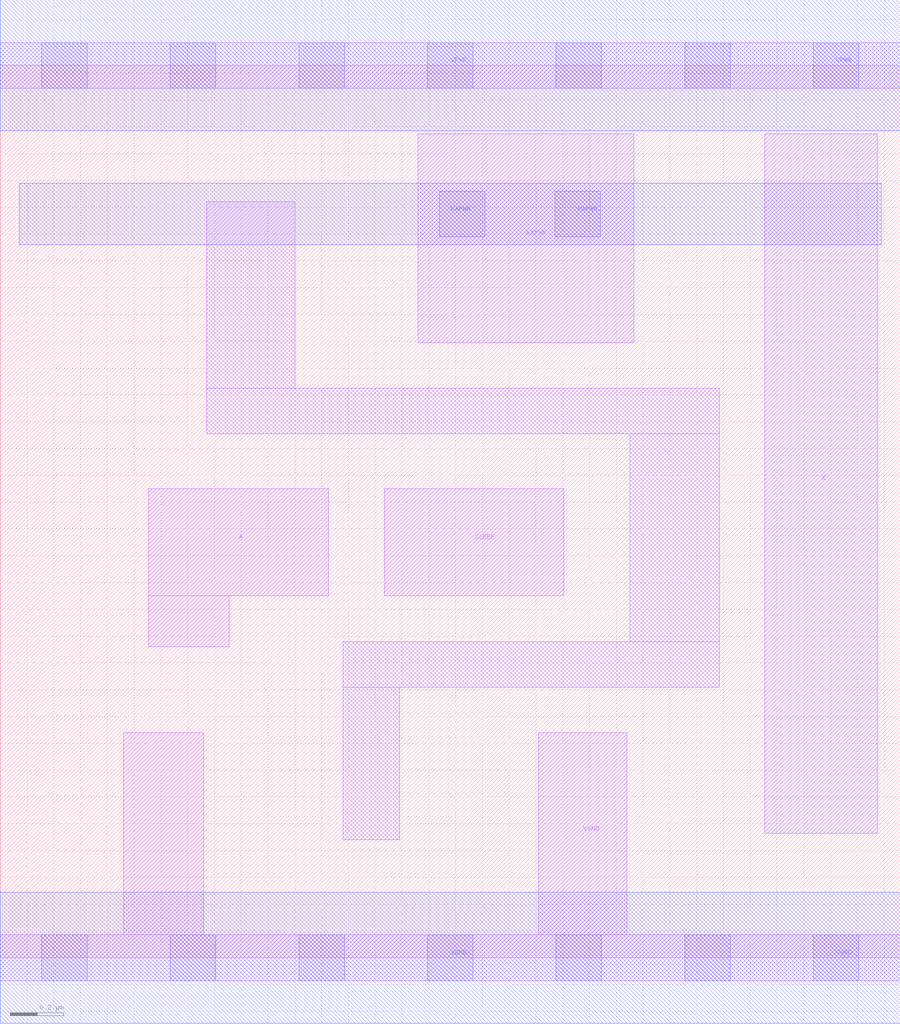
<source format=lef>
# Copyright 2020 The SkyWater PDK Authors
#
# Licensed under the Apache License, Version 2.0 (the "License");
# you may not use this file except in compliance with the License.
# You may obtain a copy of the License at
#
#     https://www.apache.org/licenses/LICENSE-2.0
#
# Unless required by applicable law or agreed to in writing, software
# distributed under the License is distributed on an "AS IS" BASIS,
# WITHOUT WARRANTIES OR CONDITIONS OF ANY KIND, either express or implied.
# See the License for the specific language governing permissions and
# limitations under the License.
#
# SPDX-License-Identifier: Apache-2.0

VERSION 5.7 ;
  NAMESCASESENSITIVE ON ;
  NOWIREEXTENSIONATPIN ON ;
  DIVIDERCHAR "/" ;
  BUSBITCHARS "[]" ;
UNITS
  DATABASE MICRONS 200 ;
END UNITS
MACRO sky130_fd_sc_lp__iso1p_lp
  CLASS CORE ;
  SOURCE USER ;
  FOREIGN sky130_fd_sc_lp__iso1p_lp ;
  ORIGIN  0.000000  0.000000 ;
  SIZE  3.360000 BY  3.330000 ;
  SYMMETRY X Y R90 ;
  SITE unit ;
  PIN A
    ANTENNAGATEAREA  0.189000 ;
    DIRECTION INPUT ;
    USE SIGNAL ;
    PORT
      LAYER li1 ;
        RECT 0.555000 1.160000 0.855000 1.350000 ;
        RECT 0.555000 1.350000 1.225000 1.750000 ;
    END
  END A
  PIN SLEEP
    ANTENNAGATEAREA  0.189000 ;
    DIRECTION INPUT ;
    USE SIGNAL ;
    PORT
      LAYER li1 ;
        RECT 1.435000 1.350000 2.105000 1.750000 ;
    END
  END SLEEP
  PIN X
    ANTENNADIFFAREA  0.445200 ;
    DIRECTION OUTPUT ;
    USE SIGNAL ;
    PORT
      LAYER li1 ;
        RECT 2.855000 0.465000 3.275000 3.075000 ;
    END
  END X
  PIN KAPWR
    DIRECTION INOUT ;
    USE POWER ;
    PORT
      LAYER li1 ;
        RECT 1.560000 2.295000 2.365000 3.075000 ;
      LAYER mcon ;
        RECT 1.640000 2.690000 1.810000 2.860000 ;
        RECT 2.070000 2.690000 2.240000 2.860000 ;
      LAYER met1 ;
        RECT 0.070000 2.660000 3.290000 2.890000 ;
    END
  END KAPWR
  PIN VGND
    DIRECTION INOUT ;
    USE GROUND ;
    PORT
      LAYER li1 ;
        RECT 0.000000 -0.085000 3.360000 0.085000 ;
        RECT 0.460000  0.085000 0.760000 0.840000 ;
        RECT 2.010000  0.085000 2.340000 0.840000 ;
      LAYER mcon ;
        RECT 0.155000 -0.085000 0.325000 0.085000 ;
        RECT 0.635000 -0.085000 0.805000 0.085000 ;
        RECT 1.115000 -0.085000 1.285000 0.085000 ;
        RECT 1.595000 -0.085000 1.765000 0.085000 ;
        RECT 2.075000 -0.085000 2.245000 0.085000 ;
        RECT 2.555000 -0.085000 2.725000 0.085000 ;
        RECT 3.035000 -0.085000 3.205000 0.085000 ;
      LAYER met1 ;
        RECT 0.000000 -0.245000 3.360000 0.245000 ;
    END
  END VGND
  PIN VPWR
    DIRECTION INOUT ;
    USE POWER ;
    PORT
      LAYER li1 ;
        RECT 0.000000 3.245000 3.360000 3.415000 ;
      LAYER mcon ;
        RECT 0.155000 3.245000 0.325000 3.415000 ;
        RECT 0.635000 3.245000 0.805000 3.415000 ;
        RECT 1.115000 3.245000 1.285000 3.415000 ;
        RECT 1.595000 3.245000 1.765000 3.415000 ;
        RECT 2.075000 3.245000 2.245000 3.415000 ;
        RECT 2.555000 3.245000 2.725000 3.415000 ;
        RECT 3.035000 3.245000 3.205000 3.415000 ;
      LAYER met1 ;
        RECT 0.000000 3.085000 3.360000 3.575000 ;
    END
  END VPWR
  OBS
    LAYER li1 ;
      RECT 0.770000 1.955000 2.685000 2.125000 ;
      RECT 0.770000 2.125000 1.100000 2.820000 ;
      RECT 1.280000 0.440000 1.490000 1.010000 ;
      RECT 1.280000 1.010000 2.685000 1.180000 ;
      RECT 2.350000 1.180000 2.685000 1.955000 ;
  END
END sky130_fd_sc_lp__iso1p_lp

</source>
